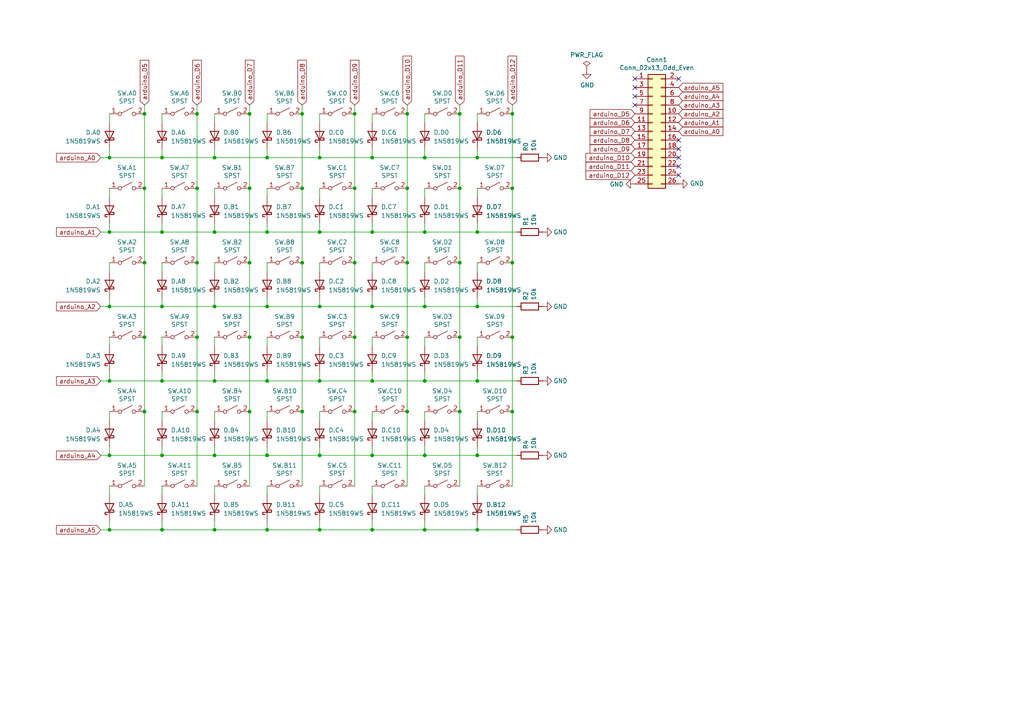
<source format=kicad_sch>
(kicad_sch (version 20211123) (generator eeschema)
  (paper "A4")
  (junction (at 72.39 119.38))
  (junction (at 123.19 45.72))
  (junction (at 72.39 54.61))
  (junction (at 123.19 88.9))
  (junction (at 133.35 97.79))
  (junction (at 92.71 110.49))
  (junction (at 92.71 67.31))
  (junction (at 148.59 97.79))
  (junction (at 77.47 45.72))
  (junction (at 138.43 110.49))
  (junction (at 148.59 76.2))
  (junction (at 31.75 45.72))
  (junction (at 41.91 54.61))
  (junction (at 138.43 88.9))
  (junction (at 77.47 132.08))
  (junction (at 46.99 153.67))
  (junction (at 87.63 119.38))
  (junction (at 41.91 97.79))
  (junction (at 87.63 97.79))
  (junction (at 92.71 88.9))
  (junction (at 133.35 76.2))
  (junction (at 148.59 33.02))
  (junction (at 133.35 54.61))
  (junction (at 62.23 67.31))
  (junction (at 102.87 119.38))
  (junction (at 77.47 153.67))
  (junction (at 123.19 67.31))
  (junction (at 123.19 132.08))
  (junction (at 102.87 33.02))
  (junction (at 31.75 88.9))
  (junction (at 107.95 45.72))
  (junction (at 87.63 54.61))
  (junction (at 72.39 97.79))
  (junction (at 87.63 76.2))
  (junction (at 107.95 110.49))
  (junction (at 133.35 119.38))
  (junction (at 123.19 110.49))
  (junction (at 138.43 45.72))
  (junction (at 57.15 33.02))
  (junction (at 107.95 153.67))
  (junction (at 87.63 33.02))
  (junction (at 31.75 110.49))
  (junction (at 57.15 97.79))
  (junction (at 92.71 45.72))
  (junction (at 77.47 110.49))
  (junction (at 62.23 88.9))
  (junction (at 46.99 45.72))
  (junction (at 118.11 33.02))
  (junction (at 133.35 33.02))
  (junction (at 62.23 132.08))
  (junction (at 31.75 132.08))
  (junction (at 62.23 110.49))
  (junction (at 92.71 132.08))
  (junction (at 148.59 119.38))
  (junction (at 46.99 110.49))
  (junction (at 123.19 153.67))
  (junction (at 102.87 54.61))
  (junction (at 138.43 67.31))
  (junction (at 118.11 119.38))
  (junction (at 31.75 67.31))
  (junction (at 57.15 76.2))
  (junction (at 57.15 54.61))
  (junction (at 46.99 67.31))
  (junction (at 62.23 153.67))
  (junction (at 46.99 88.9))
  (junction (at 107.95 132.08))
  (junction (at 57.15 119.38))
  (junction (at 92.71 153.67))
  (junction (at 148.59 54.61))
  (junction (at 31.75 153.67))
  (junction (at 138.43 153.67))
  (junction (at 77.47 67.31))
  (junction (at 41.91 76.2))
  (junction (at 138.43 132.08))
  (junction (at 41.91 33.02))
  (junction (at 118.11 76.2))
  (junction (at 41.91 119.38))
  (junction (at 72.39 76.2))
  (junction (at 107.95 88.9))
  (junction (at 72.39 33.02))
  (junction (at 77.47 88.9))
  (junction (at 118.11 54.61))
  (junction (at 46.99 132.08))
  (junction (at 62.23 45.72))
  (junction (at 107.95 67.31))
  (junction (at 102.87 76.2))
  (junction (at 102.87 97.79))
  (junction (at 118.11 97.79))
  (no_connect (at 196.85 48.26))
  (no_connect (at 196.85 40.64))
  (no_connect (at 196.85 45.72))
  (no_connect (at 196.85 50.8))
  (no_connect (at 184.15 30.48))
  (no_connect (at 184.15 27.94))
  (no_connect (at 184.15 25.4))
  (no_connect (at 196.85 22.86))
  (no_connect (at 184.15 22.86))
  (no_connect (at 196.85 43.18))
  (wire (pts (xy 29.21 153.67) (xy 31.75 153.67)))
  (wire (pts (xy 77.47 151.13) (xy 77.47 153.67)))
  (wire (pts (xy 102.87 54.61) (xy 102.87 76.2)))
  (wire (pts (xy 62.23 140.97) (xy 62.23 143.51)))
  (wire (pts (xy 41.91 30.48) (xy 41.91 33.02)))
  (wire (pts (xy 41.91 119.38) (xy 41.91 140.97)))
  (wire (pts (xy 87.63 97.79) (xy 87.63 119.38)))
  (wire (pts (xy 62.23 54.61) (xy 62.23 57.15)))
  (wire (pts (xy 107.95 54.61) (xy 107.95 57.15)))
  (wire (pts (xy 138.43 45.72) (xy 149.86 45.72)))
  (wire (pts (xy 133.35 119.38) (xy 133.35 140.97)))
  (wire (pts (xy 138.43 153.67) (xy 149.86 153.67)))
  (wire (pts (xy 57.15 54.61) (xy 57.15 76.2)))
  (wire (pts (xy 102.87 30.48) (xy 102.87 33.02)))
  (wire (pts (xy 87.63 33.02) (xy 87.63 54.61)))
  (wire (pts (xy 138.43 151.13) (xy 138.43 153.67)))
  (wire (pts (xy 72.39 30.48) (xy 72.39 33.02)))
  (wire (pts (xy 107.95 88.9) (xy 123.19 88.9)))
  (wire (pts (xy 123.19 140.97) (xy 123.19 143.51)))
  (wire (pts (xy 107.95 97.79) (xy 107.95 100.33)))
  (wire (pts (xy 72.39 76.2) (xy 72.39 97.79)))
  (wire (pts (xy 107.95 86.36) (xy 107.95 88.9)))
  (wire (pts (xy 77.47 54.61) (xy 77.47 57.15)))
  (wire (pts (xy 138.43 119.38) (xy 138.43 121.92)))
  (wire (pts (xy 62.23 67.31) (xy 77.47 67.31)))
  (wire (pts (xy 31.75 107.95) (xy 31.75 110.49)))
  (wire (pts (xy 107.95 132.08) (xy 123.19 132.08)))
  (wire (pts (xy 46.99 129.54) (xy 46.99 132.08)))
  (wire (pts (xy 123.19 153.67) (xy 138.43 153.67)))
  (wire (pts (xy 123.19 129.54) (xy 123.19 132.08)))
  (wire (pts (xy 92.71 140.97) (xy 92.71 143.51)))
  (wire (pts (xy 31.75 119.38) (xy 31.75 121.92)))
  (wire (pts (xy 57.15 33.02) (xy 57.15 54.61)))
  (wire (pts (xy 31.75 140.97) (xy 31.75 143.51)))
  (wire (pts (xy 118.11 30.48) (xy 118.11 33.02)))
  (wire (pts (xy 46.99 54.61) (xy 46.99 57.15)))
  (wire (pts (xy 46.99 140.97) (xy 46.99 143.51)))
  (wire (pts (xy 77.47 45.72) (xy 92.71 45.72)))
  (wire (pts (xy 138.43 107.95) (xy 138.43 110.49)))
  (wire (pts (xy 31.75 33.02) (xy 31.75 35.56)))
  (wire (pts (xy 92.71 107.95) (xy 92.71 110.49)))
  (wire (pts (xy 107.95 33.02) (xy 107.95 35.56)))
  (wire (pts (xy 62.23 45.72) (xy 77.47 45.72)))
  (wire (pts (xy 107.95 119.38) (xy 107.95 121.92)))
  (wire (pts (xy 148.59 30.48) (xy 148.59 33.02)))
  (wire (pts (xy 72.39 54.61) (xy 72.39 76.2)))
  (wire (pts (xy 77.47 43.18) (xy 77.47 45.72)))
  (wire (pts (xy 31.75 76.2) (xy 31.75 78.74)))
  (wire (pts (xy 31.75 129.54) (xy 31.75 132.08)))
  (wire (pts (xy 77.47 119.38) (xy 77.47 121.92)))
  (wire (pts (xy 133.35 54.61) (xy 133.35 76.2)))
  (wire (pts (xy 46.99 119.38) (xy 46.99 121.92)))
  (wire (pts (xy 77.47 64.77) (xy 77.47 67.31)))
  (wire (pts (xy 92.71 110.49) (xy 107.95 110.49)))
  (wire (pts (xy 123.19 151.13) (xy 123.19 153.67)))
  (wire (pts (xy 138.43 43.18) (xy 138.43 45.72)))
  (wire (pts (xy 138.43 132.08) (xy 149.86 132.08)))
  (wire (pts (xy 92.71 76.2) (xy 92.71 78.74)))
  (wire (pts (xy 123.19 97.79) (xy 123.19 100.33)))
  (wire (pts (xy 77.47 33.02) (xy 77.47 35.56)))
  (wire (pts (xy 62.23 107.95) (xy 62.23 110.49)))
  (wire (pts (xy 46.99 67.31) (xy 62.23 67.31)))
  (wire (pts (xy 107.95 107.95) (xy 107.95 110.49)))
  (wire (pts (xy 62.23 132.08) (xy 77.47 132.08)))
  (wire (pts (xy 46.99 132.08) (xy 62.23 132.08)))
  (wire (pts (xy 138.43 33.02) (xy 138.43 35.56)))
  (wire (pts (xy 107.95 76.2) (xy 107.95 78.74)))
  (wire (pts (xy 62.23 119.38) (xy 62.23 121.92)))
  (wire (pts (xy 72.39 33.02) (xy 72.39 54.61)))
  (wire (pts (xy 46.99 43.18) (xy 46.99 45.72)))
  (wire (pts (xy 133.35 97.79) (xy 133.35 119.38)))
  (wire (pts (xy 92.71 54.61) (xy 92.71 57.15)))
  (wire (pts (xy 46.99 107.95) (xy 46.99 110.49)))
  (wire (pts (xy 31.75 88.9) (xy 46.99 88.9)))
  (wire (pts (xy 148.59 76.2) (xy 148.59 97.79)))
  (wire (pts (xy 92.71 129.54) (xy 92.71 132.08)))
  (wire (pts (xy 138.43 86.36) (xy 138.43 88.9)))
  (wire (pts (xy 62.23 86.36) (xy 62.23 88.9)))
  (wire (pts (xy 92.71 45.72) (xy 107.95 45.72)))
  (wire (pts (xy 72.39 119.38) (xy 72.39 140.97)))
  (wire (pts (xy 46.99 97.79) (xy 46.99 100.33)))
  (wire (pts (xy 123.19 86.36) (xy 123.19 88.9)))
  (wire (pts (xy 57.15 97.79) (xy 57.15 119.38)))
  (wire (pts (xy 92.71 151.13) (xy 92.71 153.67)))
  (wire (pts (xy 46.99 88.9) (xy 62.23 88.9)))
  (wire (pts (xy 138.43 140.97) (xy 138.43 143.51)))
  (wire (pts (xy 46.99 110.49) (xy 62.23 110.49)))
  (wire (pts (xy 92.71 88.9) (xy 107.95 88.9)))
  (wire (pts (xy 138.43 88.9) (xy 149.86 88.9)))
  (wire (pts (xy 133.35 76.2) (xy 133.35 97.79)))
  (wire (pts (xy 123.19 67.31) (xy 138.43 67.31)))
  (wire (pts (xy 31.75 153.67) (xy 46.99 153.67)))
  (wire (pts (xy 92.71 86.36) (xy 92.71 88.9)))
  (wire (pts (xy 31.75 86.36) (xy 31.75 88.9)))
  (wire (pts (xy 29.21 132.08) (xy 31.75 132.08)))
  (wire (pts (xy 29.21 88.9) (xy 31.75 88.9)))
  (wire (pts (xy 77.47 129.54) (xy 77.47 132.08)))
  (wire (pts (xy 138.43 110.49) (xy 149.86 110.49)))
  (wire (pts (xy 46.99 76.2) (xy 46.99 78.74)))
  (wire (pts (xy 123.19 119.38) (xy 123.19 121.92)))
  (wire (pts (xy 77.47 97.79) (xy 77.47 100.33)))
  (wire (pts (xy 31.75 67.31) (xy 46.99 67.31)))
  (wire (pts (xy 107.95 153.67) (xy 123.19 153.67)))
  (wire (pts (xy 148.59 54.61) (xy 148.59 76.2)))
  (wire (pts (xy 92.71 64.77) (xy 92.71 67.31)))
  (wire (pts (xy 123.19 43.18) (xy 123.19 45.72)))
  (wire (pts (xy 62.23 64.77) (xy 62.23 67.31)))
  (wire (pts (xy 77.47 67.31) (xy 92.71 67.31)))
  (wire (pts (xy 77.47 132.08) (xy 92.71 132.08)))
  (wire (pts (xy 107.95 110.49) (xy 123.19 110.49)))
  (wire (pts (xy 118.11 33.02) (xy 118.11 54.61)))
  (wire (pts (xy 46.99 45.72) (xy 62.23 45.72)))
  (wire (pts (xy 77.47 76.2) (xy 77.47 78.74)))
  (wire (pts (xy 118.11 76.2) (xy 118.11 97.79)))
  (wire (pts (xy 107.95 140.97) (xy 107.95 143.51)))
  (wire (pts (xy 77.47 86.36) (xy 77.47 88.9)))
  (wire (pts (xy 138.43 67.31) (xy 149.86 67.31)))
  (wire (pts (xy 46.99 33.02) (xy 46.99 35.56)))
  (wire (pts (xy 31.75 110.49) (xy 46.99 110.49)))
  (wire (pts (xy 118.11 54.61) (xy 118.11 76.2)))
  (wire (pts (xy 123.19 54.61) (xy 123.19 57.15)))
  (wire (pts (xy 102.87 33.02) (xy 102.87 54.61)))
  (wire (pts (xy 57.15 76.2) (xy 57.15 97.79)))
  (wire (pts (xy 123.19 76.2) (xy 123.19 78.74)))
  (wire (pts (xy 92.71 43.18) (xy 92.71 45.72)))
  (wire (pts (xy 41.91 97.79) (xy 41.91 119.38)))
  (wire (pts (xy 107.95 67.31) (xy 123.19 67.31)))
  (wire (pts (xy 123.19 33.02) (xy 123.19 35.56)))
  (wire (pts (xy 138.43 54.61) (xy 138.43 57.15)))
  (wire (pts (xy 87.63 54.61) (xy 87.63 76.2)))
  (wire (pts (xy 87.63 119.38) (xy 87.63 140.97)))
  (wire (pts (xy 123.19 64.77) (xy 123.19 67.31)))
  (wire (pts (xy 92.71 33.02) (xy 92.71 35.56)))
  (wire (pts (xy 46.99 64.77) (xy 46.99 67.31)))
  (wire (pts (xy 57.15 30.48) (xy 57.15 33.02)))
  (wire (pts (xy 77.47 140.97) (xy 77.47 143.51)))
  (wire (pts (xy 31.75 132.08) (xy 46.99 132.08)))
  (wire (pts (xy 77.47 110.49) (xy 92.71 110.49)))
  (wire (pts (xy 46.99 151.13) (xy 46.99 153.67)))
  (wire (pts (xy 29.21 67.31) (xy 31.75 67.31)))
  (wire (pts (xy 92.71 119.38) (xy 92.71 121.92)))
  (wire (pts (xy 92.71 67.31) (xy 107.95 67.31)))
  (wire (pts (xy 62.23 76.2) (xy 62.23 78.74)))
  (wire (pts (xy 62.23 88.9) (xy 77.47 88.9)))
  (wire (pts (xy 107.95 45.72) (xy 123.19 45.72)))
  (wire (pts (xy 87.63 76.2) (xy 87.63 97.79)))
  (wire (pts (xy 31.75 54.61) (xy 31.75 57.15)))
  (wire (pts (xy 92.71 132.08) (xy 107.95 132.08)))
  (wire (pts (xy 62.23 43.18) (xy 62.23 45.72)))
  (wire (pts (xy 41.91 54.61) (xy 41.91 33.02)))
  (wire (pts (xy 46.99 153.67) (xy 62.23 153.67)))
  (wire (pts (xy 29.21 110.49) (xy 31.75 110.49)))
  (wire (pts (xy 102.87 97.79) (xy 102.87 119.38)))
  (wire (pts (xy 29.21 45.72) (xy 31.75 45.72)))
  (wire (pts (xy 102.87 76.2) (xy 102.87 97.79)))
  (wire (pts (xy 148.59 97.79) (xy 148.59 119.38)))
  (wire (pts (xy 107.95 151.13) (xy 107.95 153.67)))
  (wire (pts (xy 87.63 30.48) (xy 87.63 33.02)))
  (wire (pts (xy 107.95 129.54) (xy 107.95 132.08)))
  (wire (pts (xy 148.59 119.38) (xy 148.59 140.97)))
  (wire (pts (xy 138.43 129.54) (xy 138.43 132.08)))
  (wire (pts (xy 31.75 97.79) (xy 31.75 100.33)))
  (wire (pts (xy 138.43 64.77) (xy 138.43 67.31)))
  (wire (pts (xy 62.23 129.54) (xy 62.23 132.08)))
  (wire (pts (xy 107.95 43.18) (xy 107.95 45.72)))
  (wire (pts (xy 138.43 97.79) (xy 138.43 100.33)))
  (wire (pts (xy 123.19 107.95) (xy 123.19 110.49)))
  (wire (pts (xy 31.75 64.77) (xy 31.75 67.31)))
  (wire (pts (xy 118.11 119.38) (xy 118.11 140.97)))
  (wire (pts (xy 77.47 153.67) (xy 92.71 153.67)))
  (wire (pts (xy 92.71 153.67) (xy 107.95 153.67)))
  (wire (pts (xy 138.43 76.2) (xy 138.43 78.74)))
  (wire (pts (xy 46.99 86.36) (xy 46.99 88.9)))
  (wire (pts (xy 31.75 151.13) (xy 31.75 153.67)))
  (wire (pts (xy 92.71 97.79) (xy 92.71 100.33)))
  (wire (pts (xy 118.11 97.79) (xy 118.11 119.38)))
  (wire (pts (xy 123.19 132.08) (xy 138.43 132.08)))
  (wire (pts (xy 62.23 110.49) (xy 77.47 110.49)))
  (wire (pts (xy 57.15 119.38) (xy 57.15 140.97)))
  (wire (pts (xy 123.19 110.49) (xy 138.43 110.49)))
  (wire (pts (xy 102.87 119.38) (xy 102.87 140.97)))
  (wire (pts (xy 77.47 107.95) (xy 77.47 110.49)))
  (wire (pts (xy 62.23 153.67) (xy 77.47 153.67)))
  (wire (pts (xy 41.91 76.2) (xy 41.91 97.79)))
  (wire (pts (xy 62.23 151.13) (xy 62.23 153.67)))
  (wire (pts (xy 77.47 88.9) (xy 92.71 88.9)))
  (wire (pts (xy 123.19 88.9) (xy 138.43 88.9)))
  (wire (pts (xy 31.75 43.18) (xy 31.75 45.72)))
  (wire (pts (xy 31.75 45.72) (xy 46.99 45.72)))
  (wire (pts (xy 62.23 97.79) (xy 62.23 100.33)))
  (wire (pts (xy 72.39 97.79) (xy 72.39 119.38)))
  (wire (pts (xy 133.35 33.02) (xy 133.35 54.61)))
  (wire (pts (xy 41.91 54.61) (xy 41.91 76.2)))
  (wire (pts (xy 148.59 33.02) (xy 148.59 54.61)))
  (wire (pts (xy 123.19 45.72) (xy 138.43 45.72)))
  (wire (pts (xy 107.95 64.77) (xy 107.95 67.31)))
  (wire (pts (xy 62.23 33.02) (xy 62.23 35.56)))
  (wire (pts (xy 133.35 30.48) (xy 133.35 33.02)))
  (global_label "arduino_D8" (shape input) (at 184.15 40.64 180) (property "Intersheet References" "${INTERSHEET_REFS}" (effects hide)))
  (global_label "arduino_A2" (shape input) (at 29.21 88.9 180) (property "Intersheet References" "${INTERSHEET_REFS}" (effects hide)))
  (global_label "arduino_D10" (shape input) (at 118.11 30.48 90) (property "Intersheet References" "${INTERSHEET_REFS}" (effects hide)))
  (global_label "arduino_D8" (shape input) (at 87.63 30.48 90) (property "Intersheet References" "${INTERSHEET_REFS}" (effects hide)))
  (global_label "arduino_D5" (shape input) (at 184.15 33.02 180) (property "Intersheet References" "${INTERSHEET_REFS}" (effects hide)))
  (global_label "arduino_D12" (shape input) (at 184.15 50.8 180) (property "Intersheet References" "${INTERSHEET_REFS}" (effects hide)))
  (global_label "arduino_D7" (shape input) (at 184.15 38.1 180) (property "Intersheet References" "${INTERSHEET_REFS}" (effects hide)))
  (global_label "arduino_A4" (shape input) (at 196.85 27.94 0) (property "Intersheet References" "${INTERSHEET_REFS}" (effects hide)))
  (global_label "arduino_D6" (shape input) (at 57.15 30.48 90) (property "Intersheet References" "${INTERSHEET_REFS}" (effects hide)))
  (global_label "arduino_D11" (shape input) (at 133.35 30.48 90) (property "Intersheet References" "${INTERSHEET_REFS}" (effects hide)))
  (global_label "arduino_D12" (shape input) (at 148.59 30.48 90) (property "Intersheet References" "${INTERSHEET_REFS}" (effects hide)))
  (global_label "arduino_D11" (shape input) (at 184.15 48.26 180) (property "Intersheet References" "${INTERSHEET_REFS}" (effects hide)))
  (global_label "arduino_D9" (shape input) (at 102.87 30.48 90) (property "Intersheet References" "${INTERSHEET_REFS}" (effects hide)))
  (global_label "arduino_A2" (shape input) (at 196.85 33.02 0) (property "Intersheet References" "${INTERSHEET_REFS}" (effects hide)))
  (global_label "arduino_A1" (shape input) (at 29.21 67.31 180) (property "Intersheet References" "${INTERSHEET_REFS}" (effects hide)))
  (global_label "arduino_D5" (shape input) (at 41.91 30.48 90) (property "Intersheet References" "${INTERSHEET_REFS}" (effects hide)))
  (global_label "arduino_A3" (shape input) (at 29.21 110.49 180) (property "Intersheet References" "${INTERSHEET_REFS}" (effects hide)))
  (global_label "arduino_A5" (shape input) (at 196.85 25.4 0) (property "Intersheet References" "${INTERSHEET_REFS}" (effects hide)))
  (global_label "arduino_D10" (shape input) (at 184.15 45.72 180) (property "Intersheet References" "${INTERSHEET_REFS}" (effects hide)))
  (global_label "arduino_A0" (shape input) (at 29.21 45.72 180) (property "Intersheet References" "${INTERSHEET_REFS}" (effects hide)))
  (global_label "arduino_D6" (shape input) (at 184.15 35.56 180) (property "Intersheet References" "${INTERSHEET_REFS}" (effects hide)))
  (global_label "arduino_D7" (shape input) (at 72.39 30.48 90) (property "Intersheet References" "${INTERSHEET_REFS}" (effects hide)))
  (global_label "arduino_A0" (shape input) (at 196.85 38.1 0) (property "Intersheet References" "${INTERSHEET_REFS}" (effects hide)))
  (global_label "arduino_A3" (shape input) (at 196.85 30.48 0) (property "Intersheet References" "${INTERSHEET_REFS}" (effects hide)))
  (global_label "arduino_A5" (shape input) (at 29.21 153.67 180) (property "Intersheet References" "${INTERSHEET_REFS}" (effects hide)))
  (global_label "arduino_A1" (shape input) (at 196.85 35.56 0) (property "Intersheet References" "${INTERSHEET_REFS}" (effects hide)))
  (global_label "arduino_D9" (shape input) (at 184.15 43.18 180) (property "Intersheet References" "${INTERSHEET_REFS}" (effects hide)))
  (global_label "arduino_A4" (shape input) (at 29.21 132.08 180) (property "Intersheet References" "${INTERSHEET_REFS}" (effects hide)))
  (symbol (lib_id "power:GND") (at 170.18 20.32 0) (unit 1)
    (property "Reference" "#PWR0101" (effects hide))
    (property "Value" "GND" (at 170.307 24.7142 0))
  )
  (symbol (lib_id "Switch:SW_SPST") (at 97.79 119.38 0) (unit 1) (in_bom no)
    (property "Reference" "SW.C4" (at 97.79 113.411 0))
    (property "Value" "SPST" (at 97.79 115.7224 0))
    (property "Footprint" "Button_Switch_Keyboard:SW_Cherry_MX_1.00u_PCB" (effects hide))
  )
  (symbol (lib_id "Diode:1N5819WS") (at 138.43 39.37 90) (unit 1)
    (property "Reference" "D.D6" (at 140.97 38.4174 90) (effects (justify right)))
    (property "Value" "1N5819WS" (at 140.97 40.9574 90) (effects (justify right)))
    (property "Footprint" "Diode_SMD:D_SOD-323_HandSoldering" (effects hide))
    (property "Datasheet" "https://datasheet.lcsc.com/lcsc/2204281430_Guangdong-Hottech-1N5819WS_C191023.pdf" (effects hide))
    (property "LCSC Part #" "C2128" (effects hide))
  )
  (symbol (lib_id "Diode:1N5819WS") (at 92.71 125.73 90) (unit 1)
    (property "Reference" "D.C4" (at 95.25 124.7774 90) (effects (justify right)))
    (property "Value" "1N5819WS" (at 95.25 127.3174 90) (effects (justify right)))
    (property "Footprint" "Diode_SMD:D_SOD-323_HandSoldering" (effects hide))
    (property "Datasheet" "https://datasheet.lcsc.com/lcsc/2204281430_Guangdong-Hottech-1N5819WS_C191023.pdf" (effects hide))
    (property "LCSC Part #" "C2128" (effects hide))
  )
  (symbol (lib_id "Switch:SW_SPST") (at 97.79 76.2 0) (unit 1) (in_bom no)
    (property "Reference" "SW.C2" (at 97.79 70.231 0))
    (property "Value" "SPST" (at 97.79 72.5424 0))
    (property "Footprint" "Button_Switch_Keyboard:SW_Cherry_MX_1.00u_PCB" (effects hide))
  )
  (symbol (lib_id "Switch:SW_SPST") (at 113.03 76.2 0) (unit 1) (in_bom no)
    (property "Reference" "SW.C8" (at 113.03 70.231 0))
    (property "Value" "SPST" (at 113.03 72.5424 0))
    (property "Footprint" "Button_Switch_Keyboard:SW_Cherry_MX_1.00u_PCB" (effects hide))
  )
  (symbol (lib_id "Switch:SW_SPST") (at 67.31 119.38 0) (unit 1) (in_bom no)
    (property "Reference" "SW.B4" (at 67.31 113.411 0))
    (property "Value" "SPST" (at 67.31 115.7224 0))
    (property "Footprint" "Button_Switch_Keyboard:SW_Cherry_MX_1.00u_PCB" (effects hide))
  )
  (symbol (lib_id "power:GND") (at 157.48 153.67 90) (unit 1)
    (property "Reference" "#PWR0111" (effects hide))
    (property "Value" "GND" (at 162.56 153.67 90))
  )
  (symbol (lib_id "Diode:1N5819WS") (at 62.23 125.73 90) (unit 1)
    (property "Reference" "D.B4" (at 64.77 124.7774 90) (effects (justify right)))
    (property "Value" "1N5819WS" (at 64.77 127.3174 90) (effects (justify right)))
    (property "Footprint" "Diode_SMD:D_SOD-323_HandSoldering" (effects hide))
    (property "Datasheet" "https://datasheet.lcsc.com/lcsc/2204281430_Guangdong-Hottech-1N5819WS_C191023.pdf" (effects hide))
    (property "LCSC Part #" "C2128" (effects hide))
  )
  (symbol (lib_id "Diode:1N5819WS") (at 92.71 82.55 90) (unit 1)
    (property "Reference" "D.C2" (at 95.25 81.5974 90) (effects (justify right)))
    (property "Value" "1N5819WS" (at 95.25 84.1374 90) (effects (justify right)))
    (property "Footprint" "Diode_SMD:D_SOD-323_HandSoldering" (effects hide))
    (property "Datasheet" "https://datasheet.lcsc.com/lcsc/2204281430_Guangdong-Hottech-1N5819WS_C191023.pdf" (effects hide))
    (property "LCSC Part #" "C2128" (effects hide))
  )
  (symbol (lib_id "Diode:1N5819WS") (at 138.43 60.96 90) (unit 1)
    (property "Reference" "D.D7" (at 140.97 60.0074 90) (effects (justify right)))
    (property "Value" "1N5819WS" (at 140.97 62.5474 90) (effects (justify right)))
    (property "Footprint" "Diode_SMD:D_SOD-323_HandSoldering" (effects hide))
    (property "Datasheet" "https://datasheet.lcsc.com/lcsc/2204281430_Guangdong-Hottech-1N5819WS_C191023.pdf" (effects hide))
    (property "LCSC Part #" "C2128" (effects hide))
  )
  (symbol (lib_id "Switch:SW_SPST") (at 82.55 119.38 0) (unit 1) (in_bom no)
    (property "Reference" "SW.B10" (at 82.55 113.411 0))
    (property "Value" "SPST" (at 82.55 115.7224 0))
    (property "Footprint" "Button_Switch_Keyboard:SW_Cherry_MX_1.00u_PCB" (effects hide))
  )
  (symbol (lib_id "Switch:SW_SPST") (at 143.51 33.02 0) (unit 1) (in_bom no)
    (property "Reference" "SW.D6" (at 143.51 27.051 0))
    (property "Value" "SPST" (at 143.51 29.3624 0))
    (property "Footprint" "Button_Switch_Keyboard:SW_Cherry_MX_1.00u_PCB" (effects hide))
  )
  (symbol (lib_id "power:GND") (at 157.48 88.9 90) (unit 1)
    (property "Reference" "#PWR0108" (effects hide))
    (property "Value" "GND" (at 162.56 88.9 90))
  )
  (symbol (lib_id "Switch:SW_SPST") (at 52.07 33.02 0) (unit 1) (in_bom no)
    (property "Reference" "SW.A6" (at 52.07 27.051 0))
    (property "Value" "SPST" (at 52.07 29.3624 0))
    (property "Footprint" "Button_Switch_Keyboard:SW_Cherry_MX_1.00u_PCB" (effects hide))
  )
  (symbol (lib_id "Switch:SW_SPST") (at 36.83 33.02 0) (unit 1) (in_bom no)
    (property "Reference" "SW.A0" (at 36.83 27.051 0))
    (property "Value" "SPST" (at 36.83 29.3624 0))
    (property "Footprint" "Button_Switch_Keyboard:SW_Cherry_MX_1.00u_PCB" (effects hide))
  )
  (symbol (lib_id "Diode:1N5819WS") (at 62.23 147.32 90) (unit 1)
    (property "Reference" "D.B5" (at 64.77 146.3674 90) (effects (justify right)))
    (property "Value" "1N5819WS" (at 64.77 148.9074 90) (effects (justify right)))
    (property "Footprint" "Diode_SMD:D_SOD-323_HandSoldering" (effects hide))
    (property "Datasheet" "https://datasheet.lcsc.com/lcsc/2204281430_Guangdong-Hottech-1N5819WS_C191023.pdf" (effects hide))
    (property "LCSC Part #" "C2128" (effects hide))
  )
  (symbol (lib_id "Switch:SW_SPST") (at 128.27 54.61 0) (unit 1) (in_bom no)
    (property "Reference" "SW.D1" (at 128.27 48.641 0))
    (property "Value" "SPST" (at 128.27 50.9524 0))
    (property "Footprint" "Button_Switch_Keyboard:SW_Cherry_MX_1.00u_PCB" (effects hide))
  )
  (symbol (lib_id "Diode:1N5819WS") (at 123.19 147.32 90) (unit 1)
    (property "Reference" "D.D5" (at 125.73 146.3674 90) (effects (justify right)))
    (property "Value" "1N5819WS" (at 125.73 148.9074 90) (effects (justify right)))
    (property "Footprint" "Diode_SMD:D_SOD-323_HandSoldering" (effects hide))
    (property "Datasheet" "https://datasheet.lcsc.com/lcsc/2204281430_Guangdong-Hottech-1N5819WS_C191023.pdf" (effects hide))
    (property "LCSC Part #" "C2128" (effects hide))
  )
  (symbol (lib_id "Diode:1N5819WS") (at 62.23 104.14 90) (unit 1)
    (property "Reference" "D.B3" (at 64.77 103.1874 90) (effects (justify right)))
    (property "Value" "1N5819WS" (at 64.77 105.7274 90) (effects (justify right)))
    (property "Footprint" "Diode_SMD:D_SOD-323_HandSoldering" (effects hide))
    (property "Datasheet" "https://datasheet.lcsc.com/lcsc/2204281430_Guangdong-Hottech-1N5819WS_C191023.pdf" (effects hide))
    (property "LCSC Part #" "C2128" (effects hide))
  )
  (symbol (lib_id "Diode:1N5819WS") (at 31.75 147.32 90) (unit 1)
    (property "Reference" "D.A5" (at 34.29 146.3674 90) (effects (justify right)))
    (property "Value" "1N5819WS" (at 34.29 148.9074 90) (effects (justify right)))
    (property "Footprint" "Diode_SMD:D_SOD-323_HandSoldering" (effects hide))
    (property "Datasheet" "https://datasheet.lcsc.com/lcsc/2204281430_Guangdong-Hottech-1N5819WS_C191023.pdf" (effects hide))
    (property "LCSC Part #" "C2128" (effects hide))
  )
  (symbol (lib_id "Switch:SW_SPST") (at 52.07 140.97 0) (unit 1) (in_bom no)
    (property "Reference" "SW.A11" (at 52.07 135.001 0))
    (property "Value" "SPST" (at 52.07 137.3124 0))
    (property "Footprint" "Button_Switch_Keyboard:SW_Cherry_MX_1.00u_PCB" (effects hide))
  )
  (symbol (lib_id "Switch:SW_SPST") (at 97.79 33.02 0) (unit 1) (in_bom no)
    (property "Reference" "SW.C0" (at 97.79 27.051 0))
    (property "Value" "SPST" (at 97.79 29.3624 0))
    (property "Footprint" "Button_Switch_Keyboard:SW_Cherry_MX_1.00u_PCB" (effects hide))
  )
  (symbol (lib_id "Switch:SW_SPST") (at 36.83 119.38 0) (unit 1) (in_bom no)
    (property "Reference" "SW.A4" (at 36.83 113.411 0))
    (property "Value" "SPST" (at 36.83 115.7224 0))
    (property "Footprint" "Button_Switch_Keyboard:SW_Cherry_MX_1.00u_PCB" (effects hide))
  )
  (symbol (lib_id "Device:R") (at 153.67 153.67 90) (unit 1)
    (property "Reference" "R5" (at 152.5016 151.892 0) (effects (justify left)))
    (property "Value" "10k" (at 154.813 151.892 0) (effects (justify left)))
    (property "Footprint" "Resistor_SMD:R_1206_3216Metric_Pad1.30x1.75mm_HandSolder" (effects hide))
    (property "LCSC Part #" "C17902" (effects hide))
  )
  (symbol (lib_id "Diode:1N5819WS") (at 138.43 82.55 90) (unit 1)
    (property "Reference" "D.D8" (at 140.97 81.5974 90) (effects (justify right)))
    (property "Value" "1N5819WS" (at 140.97 84.1374 90) (effects (justify right)))
    (property "Footprint" "Diode_SMD:D_SOD-323_HandSoldering" (effects hide))
    (property "Datasheet" "https://datasheet.lcsc.com/lcsc/2204281430_Guangdong-Hottech-1N5819WS_C191023.pdf" (effects hide))
    (property "LCSC Part #" "C2128" (effects hide))
  )
  (symbol (lib_id "Switch:SW_SPST") (at 36.83 54.61 0) (unit 1) (in_bom no)
    (property "Reference" "SW.A1" (at 36.83 48.641 0))
    (property "Value" "SPST" (at 36.83 50.9524 0))
    (property "Footprint" "Button_Switch_Keyboard:SW_Cherry_MX_1.00u_PCB" (effects hide))
  )
  (symbol (lib_id "Diode:1N5819WS") (at 107.95 147.32 90) (unit 1)
    (property "Reference" "D.C11" (at 110.49 146.3674 90) (effects (justify right)))
    (property "Value" "1N5819WS" (at 110.49 148.9074 90) (effects (justify right)))
    (property "Footprint" "Diode_SMD:D_SOD-323_HandSoldering" (effects hide))
    (property "Datasheet" "https://datasheet.lcsc.com/lcsc/2204281430_Guangdong-Hottech-1N5819WS_C191023.pdf" (effects hide))
    (property "LCSC Part #" "C2128" (effects hide))
  )
  (symbol (lib_id "Diode:1N5819WS") (at 77.47 125.73 90) (unit 1)
    (property "Reference" "D.B10" (at 80.01 124.7774 90) (effects (justify right)))
    (property "Value" "1N5819WS" (at 80.01 127.3174 90) (effects (justify right)))
    (property "Footprint" "Diode_SMD:D_SOD-323_HandSoldering" (effects hide))
    (property "Datasheet" "https://datasheet.lcsc.com/lcsc/2204281430_Guangdong-Hottech-1N5819WS_C191023.pdf" (effects hide))
    (property "LCSC Part #" "C2128" (effects hide))
  )
  (symbol (lib_id "Diode:1N5819WS") (at 107.95 104.14 90) (unit 1)
    (property "Reference" "D.C9" (at 110.49 103.1874 90) (effects (justify right)))
    (property "Value" "1N5819WS" (at 110.49 105.7274 90) (effects (justify right)))
    (property "Footprint" "Diode_SMD:D_SOD-323_HandSoldering" (effects hide))
    (property "Datasheet" "https://datasheet.lcsc.com/lcsc/2204281430_Guangdong-Hottech-1N5819WS_C191023.pdf" (effects hide))
    (property "LCSC Part #" "C2128" (effects hide))
  )
  (symbol (lib_id "Diode:1N5819WS") (at 123.19 104.14 90) (unit 1)
    (property "Reference" "D.D3" (at 125.73 103.1874 90) (effects (justify right)))
    (property "Value" "1N5819WS" (at 125.73 105.7274 90) (effects (justify right)))
    (property "Footprint" "Diode_SMD:D_SOD-323_HandSoldering" (effects hide))
    (property "Datasheet" "https://datasheet.lcsc.com/lcsc/2204281430_Guangdong-Hottech-1N5819WS_C191023.pdf" (effects hide))
    (property "LCSC Part #" "C2128" (effects hide))
  )
  (symbol (lib_id "Diode:1N5819WS") (at 62.23 82.55 90) (unit 1)
    (property "Reference" "D.B2" (at 64.77 81.5974 90) (effects (justify right)))
    (property "Value" "1N5819WS" (at 64.77 84.1374 90) (effects (justify right)))
    (property "Footprint" "Diode_SMD:D_SOD-323_HandSoldering" (effects hide))
    (property "Datasheet" "https://datasheet.lcsc.com/lcsc/2204281430_Guangdong-Hottech-1N5819WS_C191023.pdf" (effects hide))
    (property "LCSC Part #" "C2128" (effects hide))
  )
  (symbol (lib_id "power:GND") (at 157.48 132.08 90) (unit 1)
    (property "Reference" "#PWR0110" (effects hide))
    (property "Value" "GND" (at 162.56 132.08 90))
  )
  (symbol (lib_id "Diode:1N5819WS") (at 46.99 104.14 90) (unit 1)
    (property "Reference" "D.A9" (at 49.53 103.1874 90) (effects (justify right)))
    (property "Value" "1N5819WS" (at 49.53 105.7274 90) (effects (justify right)))
    (property "Footprint" "Diode_SMD:D_SOD-323_HandSoldering" (effects hide))
    (property "Datasheet" "https://datasheet.lcsc.com/lcsc/2204281430_Guangdong-Hottech-1N5819WS_C191023.pdf" (effects hide))
    (property "LCSC Part #" "C2128" (effects hide))
  )
  (symbol (lib_id "Diode:1N5819WS") (at 123.19 60.96 90) (unit 1)
    (property "Reference" "D.D1" (at 125.73 60.0074 90) (effects (justify right)))
    (property "Value" "1N5819WS" (at 125.73 62.5474 90) (effects (justify right)))
    (property "Footprint" "Diode_SMD:D_SOD-323_HandSoldering" (effects hide))
    (property "Datasheet" "https://datasheet.lcsc.com/lcsc/2204281430_Guangdong-Hottech-1N5819WS_C191023.pdf" (effects hide))
    (property "LCSC Part #" "C2128" (effects hide))
  )
  (symbol (lib_id "Switch:SW_SPST") (at 97.79 54.61 0) (unit 1) (in_bom no)
    (property "Reference" "SW.C1" (at 97.79 48.641 0))
    (property "Value" "SPST" (at 97.79 50.9524 0))
    (property "Footprint" "Button_Switch_Keyboard:SW_Cherry_MX_1.00u_PCB" (effects hide))
  )
  (symbol (lib_id "Diode:1N5819WS") (at 77.47 104.14 90) (unit 1)
    (property "Reference" "D.B9" (at 80.01 103.1874 90) (effects (justify right)))
    (property "Value" "1N5819WS" (at 80.01 105.7274 90) (effects (justify right)))
    (property "Footprint" "Diode_SMD:D_SOD-323_HandSoldering" (effects hide))
    (property "Datasheet" "https://datasheet.lcsc.com/lcsc/2204281430_Guangdong-Hottech-1N5819WS_C191023.pdf" (effects hide))
    (property "LCSC Part #" "C2128" (effects hide))
  )
  (symbol (lib_id "Diode:1N5819WS") (at 77.47 147.32 90) (unit 1)
    (property "Reference" "D.B11" (at 80.01 146.3674 90) (effects (justify right)))
    (property "Value" "1N5819WS" (at 80.01 148.9074 90) (effects (justify right)))
    (property "Footprint" "Diode_SMD:D_SOD-323_HandSoldering" (effects hide))
    (property "Datasheet" "https://datasheet.lcsc.com/lcsc/2204281430_Guangdong-Hottech-1N5819WS_C191023.pdf" (effects hide))
    (property "LCSC Part #" "C2128" (effects hide))
  )
  (symbol (lib_id "Diode:1N5819WS") (at 77.47 39.37 90) (unit 1)
    (property "Reference" "D.B6" (at 80.01 38.4174 90) (effects (justify right)))
    (property "Value" "1N5819WS" (at 80.01 40.9574 90) (effects (justify right)))
    (property "Footprint" "Diode_SMD:D_SOD-323_HandSoldering" (effects hide))
    (property "Datasheet" "https://datasheet.lcsc.com/lcsc/2204281430_Guangdong-Hottech-1N5819WS_C191023.pdf" (effects hide))
    (property "LCSC Part #" "C2128" (effects hide))
  )
  (symbol (lib_id "Diode:1N5819WS") (at 107.95 82.55 90) (unit 1)
    (property "Reference" "D.C8" (at 110.49 81.5974 90) (effects (justify right)))
    (property "Value" "1N5819WS" (at 110.49 84.1374 90) (effects (justify right)))
    (property "Footprint" "Diode_SMD:D_SOD-323_HandSoldering" (effects hide))
    (property "Datasheet" "https://datasheet.lcsc.com/lcsc/2204281430_Guangdong-Hottech-1N5819WS_C191023.pdf" (effects hide))
    (property "LCSC Part #" "C2128" (effects hide))
  )
  (symbol (lib_id "Switch:SW_SPST") (at 67.31 54.61 0) (unit 1) (in_bom no)
    (property "Reference" "SW.B1" (at 67.31 48.641 0))
    (property "Value" "SPST" (at 67.31 50.9524 0))
    (property "Footprint" "Button_Switch_Keyboard:SW_Cherry_MX_1.00u_PCB" (effects hide))
  )
  (symbol (lib_id "Switch:SW_SPST") (at 82.55 54.61 0) (unit 1) (in_bom no)
    (property "Reference" "SW.B7" (at 82.55 48.641 0))
    (property "Value" "SPST" (at 82.55 50.9524 0))
    (property "Footprint" "Button_Switch_Keyboard:SW_Cherry_MX_1.00u_PCB" (effects hide))
  )
  (symbol (lib_id "Device:R") (at 153.67 132.08 90) (unit 1)
    (property "Reference" "R4" (at 152.5016 130.302 0) (effects (justify left)))
    (property "Value" "10k" (at 154.813 130.302 0) (effects (justify left)))
    (property "Footprint" "Resistor_SMD:R_1206_3216Metric_Pad1.30x1.75mm_HandSolder" (effects hide))
    (property "LCSC Part #" "C17902" (effects hide))
  )
  (symbol (lib_id "Diode:1N5819WS") (at 31.75 82.55 90) (unit 1)
    (property "Reference" "D.A2" (at 29.21 81.5974 90) (effects (justify left)))
    (property "Value" "1N5819WS" (at 29.21 84.1374 90) (effects (justify left)))
    (property "Footprint" "Diode_SMD:D_SOD-323_HandSoldering" (effects hide))
    (property "Datasheet" "https://datasheet.lcsc.com/lcsc/2204281430_Guangdong-Hottech-1N5819WS_C191023.pdf" (effects hide))
    (property "LCSC Part #" "C2128" (effects hide))
  )
  (symbol (lib_id "Switch:SW_SPST") (at 143.51 119.38 0) (unit 1) (in_bom no)
    (property "Reference" "SW.D10" (at 143.51 113.411 0))
    (property "Value" "SPST" (at 143.51 115.7224 0))
    (property "Footprint" "Button_Switch_Keyboard:SW_Cherry_MX_1.00u_PCB" (effects hide))
  )
  (symbol (lib_id "Diode:1N5819WS") (at 46.99 147.32 90) (unit 1)
    (property "Reference" "D.A11" (at 49.53 146.3674 90) (effects (justify right)))
    (property "Value" "1N5819WS" (at 49.53 148.9074 90) (effects (justify right)))
    (property "Footprint" "Diode_SMD:D_SOD-323_HandSoldering" (effects hide))
    (property "Datasheet" "https://datasheet.lcsc.com/lcsc/2204281430_Guangdong-Hottech-1N5819WS_C191023.pdf" (effects hide))
    (property "LCSC Part #" "C2128" (effects hide))
  )
  (symbol (lib_id "Switch:SW_SPST") (at 52.07 119.38 0) (unit 1) (in_bom no)
    (property "Reference" "SW.A10" (at 52.07 113.411 0))
    (property "Value" "SPST" (at 52.07 115.7224 0))
    (property "Footprint" "Button_Switch_Keyboard:SW_Cherry_MX_1.00u_PCB" (effects hide))
  )
  (symbol (lib_id "Switch:SW_SPST") (at 82.55 97.79 0) (unit 1) (in_bom no)
    (property "Reference" "SW.B9" (at 82.55 91.821 0))
    (property "Value" "SPST" (at 82.55 94.1324 0))
    (property "Footprint" "Button_Switch_Keyboard:SW_Cherry_MX_1.00u_PCB" (effects hide))
  )
  (symbol (lib_id "Diode:1N5819WS") (at 31.75 125.73 90) (unit 1)
    (property "Reference" "D.A4" (at 29.21 124.7774 90) (effects (justify left)))
    (property "Value" "1N5819WS" (at 29.21 127.3174 90) (effects (justify left)))
    (property "Footprint" "Diode_SMD:D_SOD-323_HandSoldering" (effects hide))
    (property "Datasheet" "https://datasheet.lcsc.com/lcsc/2204281430_Guangdong-Hottech-1N5819WS_C191023.pdf" (effects hide))
    (property "LCSC Part #" "C2128" (effects hide))
  )
  (symbol (lib_id "Switch:SW_SPST") (at 143.51 76.2 0) (unit 1) (in_bom no)
    (property "Reference" "SW.D8" (at 143.51 70.231 0))
    (property "Value" "SPST" (at 143.51 72.5424 0))
    (property "Footprint" "Button_Switch_Keyboard:SW_Cherry_MX_1.00u_PCB" (effects hide))
  )
  (symbol (lib_id "Diode:1N5819WS") (at 62.23 39.37 90) (unit 1)
    (property "Reference" "D.B0" (at 64.77 38.4174 90) (effects (justify right)))
    (property "Value" "1N5819WS" (at 64.77 40.9574 90) (effects (justify right)))
    (property "Footprint" "Diode_SMD:D_SOD-323_HandSoldering" (effects hide))
    (property "Datasheet" "https://datasheet.lcsc.com/lcsc/2204281430_Guangdong-Hottech-1N5819WS_C191023.pdf" (effects hide))
    (property "LCSC Part #" "C2128" (effects hide))
  )
  (symbol (lib_id "Diode:1N5819WS") (at 138.43 125.73 90) (unit 1)
    (property "Reference" "D.D10" (at 140.97 124.7774 90) (effects (justify right)))
    (property "Value" "1N5819WS" (at 140.97 127.3174 90) (effects (justify right)))
    (property "Footprint" "Diode_SMD:D_SOD-323_HandSoldering" (effects hide))
    (property "Datasheet" "https://datasheet.lcsc.com/lcsc/2204281430_Guangdong-Hottech-1N5819WS_C191023.pdf" (effects hide))
    (property "LCSC Part #" "C2128" (effects hide))
  )
  (symbol (lib_id "Switch:SW_SPST") (at 67.31 97.79 0) (unit 1) (in_bom no)
    (property "Reference" "SW.B3" (at 67.31 91.821 0))
    (property "Value" "SPST" (at 67.31 94.1324 0))
    (property "Footprint" "Button_Switch_Keyboard:SW_Cherry_MX_1.00u_PCB" (effects hide))
  )
  (symbol (lib_id "Switch:SW_SPST") (at 113.03 97.79 0) (unit 1) (in_bom no)
    (property "Reference" "SW.C9" (at 113.03 91.821 0))
    (property "Value" "SPST" (at 113.03 94.1324 0))
    (property "Footprint" "Button_Switch_Keyboard:SW_Cherry_MX_1.00u_PCB" (effects hide))
  )
  (symbol (lib_id "Switch:SW_SPST") (at 128.27 97.79 0) (unit 1) (in_bom no)
    (property "Reference" "SW.D3" (at 128.27 91.821 0))
    (property "Value" "SPST" (at 128.27 94.1324 0))
    (property "Footprint" "Button_Switch_Keyboard:SW_Cherry_MX_1.00u_PCB" (effects hide))
  )
  (symbol (lib_id "Switch:SW_SPST") (at 36.83 97.79 0) (unit 1) (in_bom no)
    (property "Reference" "SW.A3" (at 36.83 91.821 0))
    (property "Value" "SPST" (at 36.83 94.1324 0))
    (property "Footprint" "Button_Switch_Keyboard:SW_Cherry_MX_1.00u_PCB" (effects hide))
  )
  (symbol (lib_id "power:GND") (at 184.15 53.34 270) (unit 1)
    (property "Reference" "#PWR0106" (effects hide))
    (property "Value" "GND" (at 180.8988 53.467 90) (effects (justify right)))
  )
  (symbol (lib_id "Switch:SW_SPST") (at 143.51 54.61 0) (unit 1) (in_bom no)
    (property "Reference" "SW.D7" (at 143.51 48.641 0))
    (property "Value" "SPST" (at 143.51 50.9524 0))
    (property "Footprint" "Button_Switch_Keyboard:SW_Cherry_MX_1.00u_PCB" (effects hide))
  )
  (symbol (lib_id "Switch:SW_SPST") (at 128.27 76.2 0) (unit 1) (in_bom no)
    (property "Reference" "SW.D2" (at 128.27 70.231 0))
    (property "Value" "SPST" (at 128.27 72.5424 0))
    (property "Footprint" "Button_Switch_Keyboard:SW_Cherry_MX_1.00u_PCB" (effects hide))
  )
  (symbol (lib_id "Diode:1N5819WS") (at 31.75 39.37 90) (unit 1)
    (property "Reference" "D.A0" (at 29.21 38.4174 90) (effects (justify left)))
    (property "Value" "1N5819WS" (at 29.21 40.9574 90) (effects (justify left)))
    (property "Footprint" "Diode_SMD:D_SOD-323_HandSoldering" (effects hide))
    (property "Datasheet" "https://datasheet.lcsc.com/lcsc/2204281430_Guangdong-Hottech-1N5819WS_C191023.pdf" (effects hide))
    (property "LCSC Part #" "C2128" (effects hide))
  )
  (symbol (lib_id "Device:R") (at 153.67 110.49 90) (unit 1)
    (property "Reference" "R3" (at 152.5016 108.712 0) (effects (justify left)))
    (property "Value" "10k" (at 154.813 108.712 0) (effects (justify left)))
    (property "Footprint" "Resistor_SMD:R_1206_3216Metric_Pad1.30x1.75mm_HandSolder" (effects hide))
    (property "LCSC Part #" "C17902" (effects hide))
  )
  (symbol (lib_id "Switch:SW_SPST") (at 113.03 54.61 0) (unit 1) (in_bom no)
    (property "Reference" "SW.C7" (at 113.03 48.641 0))
    (property "Value" "SPST" (at 113.03 50.9524 0))
    (property "Footprint" "Button_Switch_Keyboard:SW_Cherry_MX_1.00u_PCB" (effects hide))
  )
  (symbol (lib_id "Connector_Generic:Conn_02x13_Odd_Even") (at 189.23 38.1 0) (unit 1) (in_bom no)
    (property "Reference" "Conn1" (at 190.5 17.3482 0))
    (property "Value" "Conn_02x13_Odd_Even" (at 190.5 19.6596 0))
    (property "Footprint" "Connector_IDC:IDC-Header_2x13_P2.54mm_Vertical" (effects hide))
  )
  (symbol (lib_id "Switch:SW_SPST") (at 97.79 97.79 0) (unit 1) (in_bom no)
    (property "Reference" "SW.C3" (at 97.79 91.821 0))
    (property "Value" "SPST" (at 97.79 94.1324 0))
    (property "Footprint" "Button_Switch_Keyboard:SW_Cherry_MX_1.00u_PCB" (effects hide))
  )
  (symbol (lib_id "Switch:SW_SPST") (at 52.07 76.2 0) (unit 1) (in_bom no)
    (property "Reference" "SW.A8" (at 52.07 70.231 0))
    (property "Value" "SPST" (at 52.07 72.5424 0))
    (property "Footprint" "Button_Switch_Keyboard:SW_Cherry_MX_1.00u_PCB" (effects hide))
  )
  (symbol (lib_id "Switch:SW_SPST") (at 97.79 140.97 0) (unit 1) (in_bom no)
    (property "Reference" "SW.C5" (at 97.79 135.001 0))
    (property "Value" "SPST" (at 97.79 137.3124 0))
    (property "Footprint" "Button_Switch_Keyboard:SW_Cherry_MX_1.00u_PCB" (effects hide))
  )
  (symbol (lib_id "Diode:1N5819WS") (at 46.99 60.96 90) (unit 1)
    (property "Reference" "D.A7" (at 49.53 60.0074 90) (effects (justify right)))
    (property "Value" "1N5819WS" (at 49.53 62.5474 90) (effects (justify right)))
    (property "Footprint" "Diode_SMD:D_SOD-323_HandSoldering" (effects hide))
    (property "Datasheet" "https://datasheet.lcsc.com/lcsc/2204281430_Guangdong-Hottech-1N5819WS_C191023.pdf" (effects hide))
    (property "LCSC Part #" "C2128" (effects hide))
  )
  (symbol (lib_id "power:GND") (at 196.85 53.34 90) (unit 1)
    (property "Reference" "#PWR0103" (effects hide))
    (property "Value" "GND" (at 200.1012 53.213 90) (effects (justify right)))
  )
  (symbol (lib_id "Switch:SW_SPST") (at 52.07 54.61 0) (unit 1) (in_bom no)
    (property "Reference" "SW.A7" (at 52.07 48.641 0))
    (property "Value" "SPST" (at 52.07 50.9524 0))
    (property "Footprint" "Button_Switch_Keyboard:SW_Cherry_MX_1.00u_PCB" (effects hide))
  )
  (symbol (lib_id "Switch:SW_SPST") (at 143.51 140.97 0) (unit 1) (in_bom no)
    (property "Reference" "SW.B12" (at 143.51 135.001 0))
    (property "Value" "SPST" (at 143.51 137.3124 0))
    (property "Footprint" "Button_Switch_Keyboard:SW_Cherry_MX_1.00u_PCB" (effects hide))
  )
  (symbol (lib_id "Diode:1N5819WS") (at 92.71 104.14 90) (unit 1)
    (property "Reference" "D.C3" (at 95.25 103.1874 90) (effects (justify right)))
    (property "Value" "1N5819WS" (at 95.25 105.7274 90) (effects (justify right)))
    (property "Footprint" "Diode_SMD:D_SOD-323_HandSoldering" (effects hide))
    (property "Datasheet" "https://datasheet.lcsc.com/lcsc/2204281430_Guangdong-Hottech-1N5819WS_C191023.pdf" (effects hide))
    (property "LCSC Part #" "C2128" (effects hide))
  )
  (symbol (lib_id "Diode:1N5819WS") (at 123.19 39.37 90) (unit 1)
    (property "Reference" "D.D0" (at 125.73 38.4174 90) (effects (justify right)))
    (property "Value" "1N5819WS" (at 125.73 40.9574 90) (effects (justify right)))
    (property "Footprint" "Diode_SMD:D_SOD-323_HandSoldering" (effects hide))
    (property "Datasheet" "https://datasheet.lcsc.com/lcsc/2204281430_Guangdong-Hottech-1N5819WS_C191023.pdf" (effects hide))
    (property "LCSC Part #" "C2128" (effects hide))
  )
  (symbol (lib_id "Diode:1N5819WS") (at 31.75 104.14 90) (unit 1)
    (property "Reference" "D.A3" (at 29.21 103.1874 90) (effects (justify left)))
    (property "Value" "1N5819WS" (at 29.21 105.7274 90) (effects (justify left)))
    (property "Footprint" "Diode_SMD:D_SOD-323_HandSoldering" (effects hide))
    (property "Datasheet" "https://datasheet.lcsc.com/lcsc/2204281430_Guangdong-Hottech-1N5819WS_C191023.pdf" (effects hide))
    (property "LCSC Part #" "C2128" (effects hide))
  )
  (symbol (lib_id "Switch:SW_SPST") (at 113.03 119.38 0) (unit 1) (in_bom no)
    (property "Reference" "SW.C10" (at 113.03 113.411 0))
    (property "Value" "SPST" (at 113.03 115.7224 0))
    (property "Footprint" "Button_Switch_Keyboard:SW_Cherry_MX_1.00u_PCB" (effects hide))
  )
  (symbol (lib_id "power:PWR_FLAG") (at 170.18 20.32 0) (unit 1)
    (property "Reference" "#FLG0102" (effects hide))
    (property "Value" "PWR_FLAG" (at 170.18 15.9258 0))
  )
  (symbol (lib_id "Diode:1N5819WS") (at 31.75 60.96 90) (unit 1)
    (property "Reference" "D.A1" (at 29.21 60.0074 90) (effects (justify left)))
    (property "Value" "1N5819WS" (at 29.21 62.5474 90) (effects (justify left)))
    (property "Footprint" "Diode_SMD:D_SOD-323_HandSoldering" (effects hide))
    (property "Datasheet" "https://datasheet.lcsc.com/lcsc/2204281430_Guangdong-Hottech-1N5819WS_C191023.pdf" (effects hide))
    (property "LCSC Part #" "C2128" (effects hide))
  )
  (symbol (lib_id "Switch:SW_SPST") (at 113.03 140.97 0) (unit 1) (in_bom no)
    (property "Reference" "SW.C11" (at 113.03 135.001 0))
    (property "Value" "SPST" (at 113.03 137.3124 0))
    (property "Footprint" "Button_Switch_Keyboard:SW_Cherry_MX_1.00u_PCB" (effects hide))
  )
  (symbol (lib_id "Device:R") (at 153.67 88.9 90) (unit 1)
    (property "Reference" "R2" (at 152.5016 87.122 0) (effects (justify left)))
    (property "Value" "10k" (at 154.813 87.122 0) (effects (justify left)))
    (property "Footprint" "Resistor_SMD:R_1206_3216Metric_Pad1.30x1.75mm_HandSolder" (effects hide))
    (property "LCSC Part #" "C17902" (effects hide))
  )
  (symbol (lib_id "Switch:SW_SPST") (at 128.27 140.97 0) (unit 1) (in_bom no)
    (property "Reference" "SW.D5" (at 128.27 135.001 0))
    (property "Value" "SPST" (at 128.27 137.3124 0))
    (property "Footprint" "Button_Switch_Keyboard:SW_Cherry_MX_1.00u_PCB" (effects hide))
  )
  (symbol (lib_id "Diode:1N5819WS") (at 138.43 147.32 90) (unit 1)
    (property "Reference" "D.B12" (at 140.97 146.3674 90) (effects (justify right)))
    (property "Value" "1N5819WS" (at 140.97 148.9074 90) (effects (justify right)))
    (property "Footprint" "Diode_SMD:D_SOD-323_HandSoldering" (effects hide))
    (property "Datasheet" "https://datasheet.lcsc.com/lcsc/2204281430_Guangdong-Hottech-1N5819WS_C191023.pdf" (effects hide))
    (property "LCSC Part #" "C2128" (effects hide))
  )
  (symbol (lib_id "Device:R") (at 153.67 67.31 90) (unit 1)
    (property "Reference" "R1" (at 152.5016 65.532 0) (effects (justify left)))
    (property "Value" "10k" (at 154.813 65.532 0) (effects (justify left)))
    (property "Footprint" "Resistor_SMD:R_1206_3216Metric_Pad1.30x1.75mm_HandSolder" (effects hide))
    (property "LCSC Part #" "C17902" (effects hide))
  )
  (symbol (lib_id "Diode:1N5819WS") (at 92.71 147.32 90) (unit 1)
    (property "Reference" "D.C5" (at 95.25 146.3674 90) (effects (justify right)))
    (property "Value" "1N5819WS" (at 95.25 148.9074 90) (effects (justify right)))
    (property "Footprint" "Diode_SMD:D_SOD-323_HandSoldering" (effects hide))
    (property "Datasheet" "https://datasheet.lcsc.com/lcsc/2204281430_Guangdong-Hottech-1N5819WS_C191023.pdf" (effects hide))
    (property "LCSC Part #" "C2128" (effects hide))
  )
  (symbol (lib_id "Diode:1N5819WS") (at 77.47 60.96 90) (unit 1)
    (property "Reference" "D.B7" (at 80.01 60.0074 90) (effects (justify right)))
    (property "Value" "1N5819WS" (at 80.01 62.5474 90) (effects (justify right)))
    (property "Footprint" "Diode_SMD:D_SOD-323_HandSoldering" (effects hide))
    (property "Datasheet" "https://datasheet.lcsc.com/lcsc/2204281430_Guangdong-Hottech-1N5819WS_C191023.pdf" (effects hide))
    (property "LCSC Part #" "C2128" (effects hide))
  )
  (symbol (lib_id "power:GND") (at 157.48 67.31 90) (unit 1)
    (property "Reference" "#PWR0107" (effects hide))
    (property "Value" "GND" (at 162.56 67.31 90))
  )
  (symbol (lib_id "Diode:1N5819WS") (at 77.47 82.55 90) (unit 1)
    (property "Reference" "D.B8" (at 80.01 81.5974 90) (effects (justify right)))
    (property "Value" "1N5819WS" (at 80.01 84.1374 90) (effects (justify right)))
    (property "Footprint" "Diode_SMD:D_SOD-323_HandSoldering" (effects hide))
    (property "Datasheet" "https://datasheet.lcsc.com/lcsc/2204281430_Guangdong-Hottech-1N5819WS_C191023.pdf" (effects hide))
    (property "LCSC Part #" "C2128" (effects hide))
  )
  (symbol (lib_id "Diode:1N5819WS") (at 92.71 60.96 90) (unit 1)
    (property "Reference" "D.C1" (at 95.25 60.0074 90) (effects (justify right)))
    (property "Value" "1N5819WS" (at 95.25 62.5474 90) (effects (justify right)))
    (property "Footprint" "Diode_SMD:D_SOD-323_HandSoldering" (effects hide))
    (property "Datasheet" "https://datasheet.lcsc.com/lcsc/2204281430_Guangdong-Hottech-1N5819WS_C191023.pdf" (effects hide))
    (property "LCSC Part #" "C2128" (effects hide))
  )
  (symbol (lib_id "Switch:SW_SPST") (at 82.55 140.97 0) (unit 1) (in_bom no)
    (property "Reference" "SW.B11" (at 82.55 135.001 0))
    (property "Value" "SPST" (at 82.55 137.3124 0))
    (property "Footprint" "Button_Switch_Keyboard:SW_Cherry_MX_1.00u_PCB" (effects hide))
  )
  (symbol (lib_id "Switch:SW_SPST") (at 36.83 140.97 0) (unit 1) (in_bom no)
    (property "Reference" "SW.A5" (at 36.83 135.001 0))
    (property "Value" "SPST" (at 36.83 137.3124 0))
    (property "Footprint" "Button_Switch_Keyboard:SW_Cherry_MX_1.00u_PCB" (effects hide))
  )
  (symbol (lib_id "Device:R") (at 153.67 45.72 90) (unit 1)
    (property "Reference" "R0" (at 152.5016 43.942 0) (effects (justify left)))
    (property "Value" "10k" (at 154.813 43.942 0) (effects (justify left)))
    (property "Footprint" "Resistor_SMD:R_1206_3216Metric_Pad1.30x1.75mm_HandSolder" (effects hide))
    (property "LCSC Part #" "C17902" (effects hide))
  )
  (symbol (lib_id "Switch:SW_SPST") (at 128.27 119.38 0) (unit 1) (in_bom no)
    (property "Reference" "SW.D4" (at 128.27 113.411 0))
    (property "Value" "SPST" (at 128.27 115.7224 0))
    (property "Footprint" "Button_Switch_Keyboard:SW_Cherry_MX_1.00u_PCB" (effects hide))
  )
  (symbol (lib_id "Switch:SW_SPST") (at 82.55 33.02 0) (unit 1) (in_bom no)
    (property "Reference" "SW.B6" (at 82.55 27.051 0))
    (property "Value" "SPST" (at 82.55 29.3624 0))
    (property "Footprint" "Button_Switch_Keyboard:SW_Cherry_MX_1.00u_PCB" (effects hide))
  )
  (symbol (lib_id "Switch:SW_SPST") (at 36.83 76.2 0) (unit 1) (in_bom no)
    (property "Reference" "SW.A2" (at 36.83 70.231 0))
    (property "Value" "SPST" (at 36.83 72.5424 0))
    (property "Footprint" "Button_Switch_Keyboard:SW_Cherry_MX_1.00u_PCB" (effects hide))
  )
  (symbol (lib_id "Diode:1N5819WS") (at 46.99 82.55 90) (unit 1)
    (property "Reference" "D.A8" (at 49.53 81.5974 90) (effects (justify right)))
    (property "Value" "1N5819WS" (at 49.53 84.1374 90) (effects (justify right)))
    (property "Footprint" "Diode_SMD:D_SOD-323_HandSoldering" (effects hide))
    (property "Datasheet" "https://datasheet.lcsc.com/lcsc/2204281430_Guangdong-Hottech-1N5819WS_C191023.pdf" (effects hide))
    (property "LCSC Part #" "C2128" (effects hide))
  )
  (symbol (lib_id "Diode:1N5819WS") (at 107.95 125.73 90) (unit 1)
    (property "Reference" "D.C10" (at 110.49 124.7774 90) (effects (justify right)))
    (property "Value" "1N5819WS" (at 110.49 127.3174 90) (effects (justify right)))
    (property "Footprint" "Diode_SMD:D_SOD-323_HandSoldering" (effects hide))
    (property "Datasheet" "https://datasheet.lcsc.com/lcsc/2204281430_Guangdong-Hottech-1N5819WS_C191023.pdf" (effects hide))
    (property "LCSC Part #" "C2128" (effects hide))
  )
  (symbol (lib_id "Diode:1N5819WS") (at 62.23 60.96 90) (unit 1)
    (property "Reference" "D.B1" (at 64.77 60.0074 90) (effects (justify right)))
    (property "Value" "1N5819WS" (at 64.77 62.5474 90) (effects (justify right)))
    (property "Footprint" "Diode_SMD:D_SOD-323_HandSoldering" (effects hide))
    (property "Datasheet" "https://datasheet.lcsc.com/lcsc/2204281430_Guangdong-Hottech-1N5819WS_C191023.pdf" (effects hide))
    (property "LCSC Part #" "C2128" (effects hide))
  )
  (symbol (lib_id "Switch:SW_SPST") (at 67.31 140.97 0) (unit 1) (in_bom no)
    (property "Reference" "SW.B5" (at 67.31 135.001 0))
    (property "Value" "SPST" (at 67.31 137.3124 0))
    (property "Footprint" "Button_Switch_Keyboard:SW_Cherry_MX_1.00u_PCB" (effects hide))
  )
  (symbol (lib_id "Diode:1N5819WS") (at 46.99 125.73 90) (unit 1)
    (property "Reference" "D.A10" (at 49.53 124.7774 90) (effects (justify right)))
    (property "Value" "1N5819WS" (at 49.53 127.3174 90) (effects (justify right)))
    (property "Footprint" "Diode_SMD:D_SOD-323_HandSoldering" (effects hide))
    (property "Datasheet" "https://datasheet.lcsc.com/lcsc/2204281430_Guangdong-Hottech-1N5819WS_C191023.pdf" (effects hide))
    (property "LCSC Part #" "C2128" (effects hide))
  )
  (symbol (lib_id "Diode:1N5819WS") (at 123.19 82.55 90) (unit 1)
    (property "Reference" "D.D2" (at 125.73 81.5974 90) (effects (justify right)))
    (property "Value" "1N5819WS" (at 125.73 84.1374 90) (effects (justify right)))
    (property "Footprint" "Diode_SMD:D_SOD-323_HandSoldering" (effects hide))
    (property "Datasheet" "https://datasheet.lcsc.com/lcsc/2204281430_Guangdong-Hottech-1N5819WS_C191023.pdf" (effects hide))
    (property "LCSC Part #" "C2128" (effects hide))
  )
  (symbol (lib_id "Switch:SW_SPST") (at 128.27 33.02 0) (unit 1) (in_bom no)
    (property "Reference" "SW.D0" (at 128.27 27.051 0))
    (property "Value" "SPST" (at 128.27 29.3624 0))
    (property "Footprint" "Button_Switch_Keyboard:SW_Cherry_MX_1.00u_PCB" (effects hide))
  )
  (symbol (lib_id "Switch:SW_SPST") (at 113.03 33.02 0) (unit 1) (in_bom no)
    (property "Reference" "SW.C6" (at 113.03 27.051 0))
    (property "Value" "SPST" (at 113.03 29.3624 0))
    (property "Footprint" "Button_Switch_Keyboard:SW_Cherry_MX_1.00u_PCB" (effects hide))
  )
  (symbol (lib_id "Diode:1N5819WS") (at 123.19 125.73 90) (unit 1)
    (property "Reference" "D.D4" (at 125.73 124.7774 90) (effects (justify right)))
    (property "Value" "1N5819WS" (at 125.73 127.3174 90) (effects (justify right)))
    (property "Footprint" "Diode_SMD:D_SOD-323_HandSoldering" (effects hide))
    (property "Datasheet" "https://datasheet.lcsc.com/lcsc/2204281430_Guangdong-Hottech-1N5819WS_C191023.pdf" (effects hide))
    (property "LCSC Part #" "C2128" (effects hide))
  )
  (symbol (lib_id "Switch:SW_SPST") (at 82.55 76.2 0) (unit 1) (in_bom no)
    (property "Reference" "SW.B8" (at 82.55 70.231 0))
    (property "Value" "SPST" (at 82.55 72.5424 0))
    (property "Footprint" "Button_Switch_Keyboard:SW_Cherry_MX_1.00u_PCB" (effects hide))
  )
  (symbol (lib_id "Diode:1N5819WS") (at 46.99 39.37 90) (unit 1)
    (property "Reference" "D.A6" (at 49.53 38.4174 90) (effects (justify right)))
    (property "Value" "1N5819WS" (at 49.53 40.9574 90) (effects (justify right)))
    (property "Footprint" "Diode_SMD:D_SOD-323_HandSoldering" (effects hide))
    (property "Datasheet" "https://datasheet.lcsc.com/lcsc/2204281430_Guangdong-Hottech-1N5819WS_C191023.pdf" (effects hide))
    (property "LCSC Part #" "C2128" (effects hide))
  )
  (symbol (lib_id "Diode:1N5819WS") (at 138.43 104.14 90) (unit 1)
    (property "Reference" "D.D9" (at 140.97 103.1874 90) (effects (justify right)))
    (property "Value" "1N5819WS" (at 140.97 105.7274 90) (effects (justify right)))
    (property "Footprint" "Diode_SMD:D_SOD-323_HandSoldering" (effects hide))
    (property "Datasheet" "https://datasheet.lcsc.com/lcsc/2204281430_Guangdong-Hottech-1N5819WS_C191023.pdf" (effects hide))
    (property "LCSC Part #" "C2128" (effects hide))
  )
  (symbol (lib_id "Diode:1N5819WS") (at 107.95 60.96 90) (unit 1)
    (property "Reference" "D.C7" (at 110.49 60.0074 90) (effects (justify right)))
    (property "Value" "1N5819WS" (at 110.49 62.5474 90) (effects (justify right)))
    (property "Footprint" "Diode_SMD:D_SOD-323_HandSoldering" (effects hide))
    (property "Datasheet" "https://datasheet.lcsc.com/lcsc/2204281430_Guangdong-Hottech-1N5819WS_C191023.pdf" (effects hide))
    (property "LCSC Part #" "C2128" (effects hide))
  )
  (symbol (lib_id "power:GND") (at 157.48 45.72 90) (unit 1)
    (property "Reference" "#PWR0102" (effects hide))
    (property "Value" "GND" (at 162.56 45.72 90))
  )
  (symbol (lib_id "Switch:SW_SPST") (at 143.51 97.79 0) (unit 1) (in_bom no)
    (property "Reference" "SW.D9" (at 143.51 91.821 0))
    (property "Value" "SPST" (at 143.51 94.1324 0))
    (property "Footprint" "Button_Switch_Keyboard:SW_Cherry_MX_1.00u_PCB" (effects hide))
  )
  (symbol (lib_id "Diode:1N5819WS") (at 107.95 39.37 90) (unit 1)
    (property "Reference" "D.C6" (at 110.49 38.4174 90) (effects (justify right)))
    (property "Value" "1N5819WS" (at 110.49 40.9574 90) (effects (justify right)))
    (property "Footprint" "Diode_SMD:D_SOD-323_HandSoldering" (effects hide))
    (property "Datasheet" "https://datasheet.lcsc.com/lcsc/2204281430_Guangdong-Hottech-1N5819WS_C191023.pdf" (effects hide))
    (property "LCSC Part #" "C2128" (effects hide))
  )
  (symbol (lib_id "Switch:SW_SPST") (at 67.31 33.02 0) (unit 1) (in_bom no)
    (property "Reference" "SW.B0" (at 67.31 27.051 0))
    (property "Value" "SPST" (at 67.31 29.3624 0))
    (property "Footprint" "Button_Switch_Keyboard:SW_Cherry_MX_1.00u_PCB" (effects hide))
  )
  (symbol (lib_id "Diode:1N5819WS") (at 92.71 39.37 90) (unit 1)
    (property "Reference" "D.C0" (at 95.25 38.4174 90) (effects (justify right)))
    (property "Value" "1N5819WS" (at 95.25 40.9574 90) (effects (justify right)))
    (property "Footprint" "Diode_SMD:D_SOD-323_HandSoldering" (effects hide))
    (property "Datasheet" "https://datasheet.lcsc.com/lcsc/2204281430_Guangdong-Hottech-1N5819WS_C191023.pdf" (effects hide))
    (property "LCSC Part #" "C2128" (effects hide))
  )
  (symbol (lib_id "Switch:SW_SPST") (at 67.31 76.2 0) (unit 1) (in_bom no)
    (property "Reference" "SW.B2" (at 67.31 70.231 0))
    (property "Value" "SPST" (at 67.31 72.5424 0))
    (property "Footprint" "Button_Switch_Keyboard:SW_Cherry_MX_1.00u_PCB" (effects hide))
  )
  (symbol (lib_id "power:GND") (at 157.48 110.49 90) (unit 1)
    (property "Reference" "#PWR0109" (effects hide))
    (property "Value" "GND" (at 162.56 110.49 90))
  )
  (symbol (lib_id "Switch:SW_SPST") (at 52.07 97.79 0) (unit 1) (in_bom no)
    (property "Reference" "SW.A9" (at 52.07 91.821 0))
    (property "Value" "SPST" (at 52.07 94.1324 0))
    (property "Footprint" "Button_Switch_Keyboard:SW_Cherry_MX_1.00u_PCB" (effects hide))
  )
)
</source>
